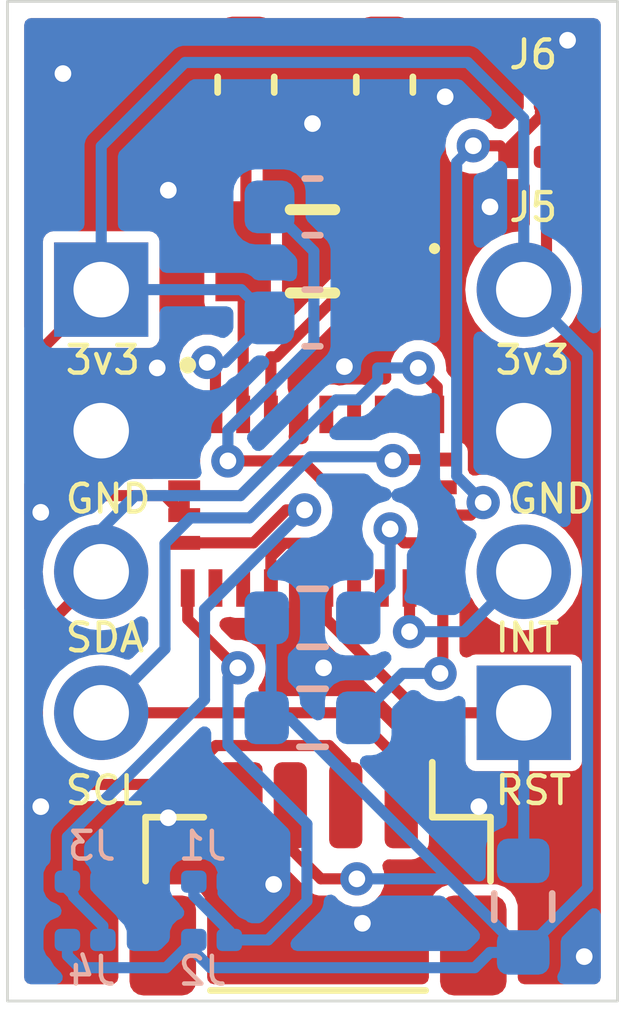
<source format=kicad_pcb>
(kicad_pcb (version 20240108) (generator "pcbnew") (generator_version "8.0")
  (layers (0 "F.Cu" signal) (31 "B.Cu" signal) (34 "B.Paste" user) (35 "F.Paste" user) (36 "B.SilkS" user "B.Silkscreen") (37 "F.SilkS" user "F.Silkscreen") (38 "B.Mask" user) (39 "F.Mask" user) (44 "Edge.Cuts" user))
  (net 0 "")
  (net 1 "+3V3")
  (net 2 "GND")
  (net 3 "Net-(IC1-CAP)")
  (net 4 "Net-(IC1-XIN32)")
  (net 5 "Net-(IC1-XOUT32{slash}CLKSEL1)")
  (net 6 "SDA")
  (net 7 "Net-(IC1-ENV_SDA)")
  (net 8 "N_RST")
  (net 10 "Net-(IC1-PS0{slash}WAKE)")
  (net 11 "INT")
  (net 14 "Net-(IC1-PS1)")
  (net 21 "SCL")
  (net 22 "Net-(IC1-ENV_SCL_)")
  (net 24 "Net-(IC1-SA0{slash}H_MOSI_)")
  (footprint "SamacSys_Parts:BNO085" (layer "F.Cu") (at 5.5 9 90)
    (property "Reference" "IC1" (hide yes))
    (property "Value" "BNO085" (hide yes))
    (fp_line (start 2.5 -2.25) (end 2.5 -2.25) (stroke (width 0.2)) (layer "F.SilkS"))
    (fp_line (start 2.4 -2.25) (end 2.4 -2.25) (stroke (width 0.2)) (layer "F.SilkS"))
    (fp_line (start 2.4 -2.25) (end 2.4 -2.25) (stroke (width 0.2)) (layer "F.SilkS"))
    (fp_arc (start 2.5 -2.25) (mid 2.45 -2.2) (end 2.4 -2.25) (stroke (width 0.2)) (layer "F.SilkS"))
    (fp_arc (start 2.5 -2.25) (mid 2.45 -2.2) (end 2.4 -2.25) (stroke (width 0.2)) (layer "F.SilkS"))
    (fp_arc (start 2.4 -2.25) (mid 2.45 -2.3) (end 2.5 -2.25) (stroke (width 0.2)) (layer "F.SilkS"))
    (pad "1" smd rect (at 1.563 -2.25 180) (size 0.25 0.675) (layers "F.Cu" "F.Paste" "F.Mask"))
    (pad "2" smd rect (at 0.75 -2.313 90) (size 0.25 0.575) (layers "F.Cu" "F.Paste" "F.Mask") (net 2 "GND"))
    (pad "3" smd rect (at 0.25 -2.313 90) (size 0.25 0.575) (layers "F.Cu" "F.Paste" "F.Mask") (net 1 "+3V3"))
    (pad "4" smd rect (at -0.25 -2.313 90) (size 0.25 0.575) (layers "F.Cu" "F.Paste" "F.Mask") (net 1 "+3V3"))
    (pad "5" smd rect (at -0.75 -2.313 90) (size 0.25 0.575) (layers "F.Cu" "F.Paste" "F.Mask") (net 14 "Net-(IC1-PS1)"))
    (pad "6" smd rect (at -1.563 -2.25 180) (size 0.25 0.675) (layers "F.Cu" "F.Paste" "F.Mask") (net 10 "Net-(IC1-PS0{slash}WAKE)"))
    (pad "7" smd rect (at -1.563 -1.75 180) (size 0.25 0.675) (layers "F.Cu" "F.Paste" "F.Mask"))
    (pad "8" smd rect (at -1.563 -1.25 180) (size 0.25 0.675) (layers "F.Cu" "F.Paste" "F.Mask"))
    (pad "9" smd rect (at -1.563 -0.75 180) (size 0.25 0.675) (layers "F.Cu" "F.Paste" "F.Mask") (net 3 "Net-(IC1-CAP)"))
    (pad "10" smd rect (at -1.563 -0.25 180) (size 0.25 0.675) (layers "F.Cu" "F.Paste" "F.Mask") (net 2 "GND"))
    (pad "11" smd rect (at -1.563 0.25 180) (size 0.25 0.675) (layers "F.Cu" "F.Paste" "F.Mask") (net 8 "N_RST"))
    (pad "12" smd rect (at -1.563 0.75 180) (size 0.25 0.675) (layers "F.Cu" "F.Paste" "F.Mask"))
    (pad "13" smd rect (at -1.563 1.25 180) (size 0.25 0.675) (layers "F.Cu" "F.Paste" "F.Mask"))
    (pad "14" smd rect (at -1.563 1.75 180) (size 0.25 0.675) (layers "F.Cu" "F.Paste" "F.Mask") (net 11 "INT"))
    (pad "15" smd rect (at -1.563 2.25 180) (size 0.25 0.675) (layers "F.Cu" "F.Paste" "F.Mask") (net 22 "Net-(IC1-ENV_SCL_)"))
    (pad "16" smd rect (at -0.75 2.313 90) (size 0.25 0.575) (layers "F.Cu" "F.Paste" "F.Mask") (net 7 "Net-(IC1-ENV_SDA)"))
    (pad "17" smd rect (at -0.25 2.313 90) (size 0.25 0.575) (layers "F.Cu" "F.Paste" "F.Mask") (net 24 "Net-(IC1-SA0{slash}H_MOSI_)"))
    (pad "18" smd rect (at 0.25 2.313 90) (size 0.25 0.575) (layers "F.Cu" "F.Paste" "F.Mask"))
    (pad "19" smd rect (at 0.75 2.313 90) (size 0.25 0.575) (layers "F.Cu" "F.Paste" "F.Mask") (net 21 "SCL"))
    (pad "20" smd rect (at 1.563 2.25 180) (size 0.25 0.675) (layers "F.Cu" "F.Paste" "F.Mask") (net 6 "SDA"))
    (pad "21" smd rect (at 1.563 1.75 180) (size 0.25 0.675) (layers "F.Cu" "F.Paste" "F.Mask"))
    (pad "22" smd rect (at 1.563 1.25 180) (size 0.25 0.675) (layers "F.Cu" "F.Paste" "F.Mask"))
    (pad "23" smd rect (at 1.563 0.75 180) (size 0.25 0.675) (layers "F.Cu" "F.Paste" "F.Mask"))
    (pad "24" smd rect (at 1.563 0.25 180) (size 0.25 0.675) (layers "F.Cu" "F.Paste" "F.Mask"))
    (pad "25" smd rect (at 1.563 -0.25 180) (size 0.25 0.675) (layers "F.Cu" "F.Paste" "F.Mask") (net 2 "GND"))
    (pad "26" smd rect (at 1.563 -0.75 180) (size 0.25 0.675) (layers "F.Cu" "F.Paste" "F.Mask") (net 5 "Net-(IC1-XOUT32{slash}CLKSEL1)"))
    (pad "27" smd rect (at 1.563 -1.25 180) (size 0.25 0.675) (layers "F.Cu" "F.Paste" "F.Mask") (net 4 "Net-(IC1-XIN32)"))
    (pad "28" smd rect (at 1.563 -1.75 180) (size 0.25 0.675) (layers "F.Cu" "F.Paste" "F.Mask") (net 1 "+3V3"))
  )
  (footprint "SamacSys_Parts:FC135327680KAA3" (layer "F.Cu") (at 5.5 4.5 180)
    (property "Reference" "Y1" (hide yes))
    (property "Value" "FC-13532.7680KA-A3" (hide yes))
    (fp_line (start -0.4 0.75) (end 0.4 0.75) (stroke (width 0.2)) (layer "F.SilkS"))
    (fp_line (start -0.4 -0.75) (end 0.4 -0.75) (stroke (width 0.2)) (layer "F.SilkS"))
    (fp_line (start -2.2 0.1) (end -2.2 0.1) (stroke (width 0.1)) (layer "F.SilkS"))
    (fp_line (start -2.2 0) (end -2.2 0) (stroke (width 0.1)) (layer "F.SilkS"))
    (fp_arc (start -2.2 0.1) (mid -2.25 0.05) (end -2.2 0) (stroke (width 0.1)) (layer "F.SilkS"))
    (fp_arc (start -2.2 0) (mid -2.15 0.05) (end -2.2 0.1) (stroke (width 0.1)) (layer "F.SilkS"))
    (pad "1" smd rect (at -1.25 0 180) (size 1 1.8) (layers "F.Cu" "F.Paste" "F.Mask") (net 5 "Net-(IC1-XOUT32{slash}CLKSEL1)"))
    (pad "2" smd rect (at 1.25 0 180) (size 1 1.8) (layers "F.Cu" "F.Paste" "F.Mask") (net 4 "Net-(IC1-XIN32)"))
  )
  (footprint "Resistor_SMD:R_0201_0603Metric" (layer "F.Cu") (at 9.4 2.8)
    (property "Reference" "JP5" (hide yes))
    (property "Value" "SolderJumper_2_Open" (hide yes))
    (pad "1" smd roundrect (at -0.32 0) (size 0.46 0.4) (layers "F.Cu" "F.Mask") (net 24 "Net-(IC1-SA0{slash}H_MOSI_)"))
    (pad "2" smd roundrect (at 0.32 0) (size 0.46 0.4) (layers "F.Cu" "F.Mask") (net 1 "+3V3"))
  )
  (footprint "Capacitor_SMD:C_0603_1608Metric" (layer "F.Cu") (at 4.3 1.5 90)
    (property "Reference" "C3" (hide yes))
    (property "Value" "22p" (hide yes))
    (fp_line (start -0.14058 -0.51) (end 0.14058 -0.51) (stroke (width 0.12)) (layer "F.SilkS"))
    (fp_line (start -0.14058 0.51) (end 0.14058 0.51) (stroke (width 0.12)) (layer "F.SilkS"))
    (pad "1" smd roundrect (at -0.775 0 90) (size 0.9 0.95) (layers "F.Cu" "F.Paste" "F.Mask") (net 4 "Net-(IC1-XIN32)"))
    (pad "2" smd roundrect (at 0.775 0 90) (size 0.9 0.95) (layers "F.Cu" "F.Paste" "F.Mask") (net 2 "GND"))
  )
  (footprint "Connector_JST:JST_SH_BM04B-SRSS-TB_1x04-1MP_P1.00mm_Vertical" (layer "F.Cu") (at 5.6 15.8 180)
    (property "Reference" "J2" (hide yes))
    (property "Value" "Conn_01x04_Pin" (hide yes))
    (fp_line (start 3.11 1.11) (end 2.06 1.11) (stroke (width 0.12)) (layer "F.SilkS"))
    (fp_line (start 3.11 -0.04) (end 3.11 1.11) (stroke (width 0.12)) (layer "F.SilkS"))
    (fp_line (start -1.94 -2.01) (end 1.94 -2.01) (stroke (width 0.12)) (layer "F.SilkS"))
    (fp_line (start -2.06 1.11) (end -2.06 2.1) (stroke (width 0.12)) (layer "F.SilkS"))
    (fp_line (start -3.11 1.11) (end -2.06 1.11) (stroke (width 0.12)) (layer "F.SilkS"))
    (fp_line (start -3.11 -0.04) (end -3.11 1.11) (stroke (width 0.12)) (layer "F.SilkS"))
    (pad "1" smd roundrect (at -1.5 1.325 180) (size 0.6 1.55) (layers "F.Cu" "F.Paste" "F.Mask") (net 21 "SCL"))
    (pad "2" smd roundrect (at -0.5 1.325 180) (size 0.6 1.55) (layers "F.Cu" "F.Paste" "F.Mask") (net 6 "SDA"))
    (pad "3" smd roundrect (at 0.5 1.325 180) (size 0.6 1.55) (layers "F.Cu" "F.Paste" "F.Mask") (net 1 "+3V3"))
    (pad "4" smd roundrect (at 1.5 1.325 180) (size 0.6 1.55) (layers "F.Cu" "F.Paste" "F.Mask") (net 2 "GND"))
    (pad "MP" smd roundrect (at -2.8 -1.2 180) (size 1.2 1.8) (layers "F.Cu" "F.Paste" "F.Mask") (roundrect_rratio 0.208333))
    (pad "MP" smd roundrect (at 2.8 -1.2 180) (size 1.2 1.8) (layers "F.Cu" "F.Paste" "F.Mask") (roundrect_rratio 0.208333))
  )
  (footprint "Capacitor_SMD:C_0603_1608Metric" (layer "F.Cu") (at 6.8 1.5 90)
    (property "Reference" "C4" (hide yes))
    (property "Value" "22p" (hide yes))
    (fp_line (start -0.14058 -0.51) (end 0.14058 -0.51) (stroke (width 0.12)) (layer "F.SilkS"))
    (fp_line (start -0.14058 0.51) (end 0.14058 0.51) (stroke (width 0.12)) (layer "F.SilkS"))
    (pad "1" smd roundrect (at -0.775 0 90) (size 0.9 0.95) (layers "F.Cu" "F.Paste" "F.Mask") (net 5 "Net-(IC1-XOUT32{slash}CLKSEL1)"))
    (pad "2" smd roundrect (at 0.775 0 90) (size 0.9 0.95) (layers "F.Cu" "F.Paste" "F.Mask") (net 2 "GND"))
  )
  (footprint "Resistor_SMD:R_0201_0603Metric" (layer "F.Cu") (at 9.4 1.8)
    (property "Reference" "JP6" (hide yes))
    (property "Value" "SolderJumper_2_Open" (hide yes))
    (pad "1" smd roundrect (at -0.32 0) (size 0.46 0.4) (layers "F.Cu" "F.Mask") (net 2 "GND"))
    (pad "2" smd roundrect (at 0.32 0) (size 0.46 0.4) (layers "F.Cu" "F.Mask") (net 24 "Net-(IC1-SA0{slash}H_MOSI_)"))
  )
  (footprint "Connector_PinHeader_2.54mm:PinHeader_1x04_P2.54mm_Vertical" (layer "B.Cu") (at 9.31 12.81)
    (property "Reference" "J3" (hide yes))
    (property "Value" "Conn_01x04_Pin" (hide yes))
    (pad "1" thru_hole rect (at 0 0) (size 1.7 1.7) (drill 1) (layers "*.Cu" "*.Mask") (net 8 "N_RST"))
    (pad "2" thru_hole oval (at 0 -2.54) (size 1.7 1.7) (drill 1) (layers "*.Cu" "*.Mask") (net 11 "INT"))
    (pad "3" thru_hole oval (at 0 -5.08) (size 1.7 1.7) (drill 1) (layers "*.Cu" "*.Mask") (net 2 "GND"))
    (pad "4" thru_hole oval (at 0 -7.62) (size 1.7 1.7) (drill 1) (layers "*.Cu" "*.Mask") (net 1 "+3V3"))
  )
  (footprint "Resistor_SMD:R_0201_0603Metric" (layer "B.Cu") (at 1.4 15.85 180)
    (property "Reference" "JP3" (hide yes))
    (property "Value" "SolderJumper_2_Open" (hide yes))
    (pad "1" smd roundrect (at -0.32 0 180) (size 0.46 0.4) (layers "B.Cu" "B.Mask") (net 2 "GND"))
    (pad "2" smd roundrect (at 0.32 0 180) (size 0.46 0.4) (layers "B.Cu" "B.Mask") (net 14 "Net-(IC1-PS1)"))
  )
  (footprint "Capacitor_SMD:C_0603_1608Metric" (layer "B.Cu") (at 5.5 5.7)
    (property "Reference" "C1" (hide yes))
    (property "Value" "0.1u" (hide yes))
    (fp_line (start 0.14058 -0.51) (end -0.14058 -0.51) (stroke (width 0.12)) (layer "B.SilkS"))
    (fp_line (start 0.14058 0.51) (end -0.14058 0.51) (stroke (width 0.12)) (layer "B.SilkS"))
    (pad "1" smd roundrect (at -0.775 0) (size 0.9 0.95) (layers "B.Cu" "B.Paste" "B.Mask") (net 1 "+3V3"))
    (pad "2" smd roundrect (at 0.775 0) (size 0.9 0.95) (layers "B.Cu" "B.Paste" "B.Mask") (net 2 "GND"))
  )
  (footprint "Resistor_SMD:R_0603_1608Metric" (layer "B.Cu") (at 9.3 16.3 90)
    (property "Reference" "R2" (hide yes))
    (property "Value" "10k" (hide yes))
    (fp_line (start 0.237258 -0.5225) (end -0.237258 -0.5225) (stroke (width 0.12)) (layer "B.SilkS"))
    (fp_line (start 0.237258 0.5225) (end -0.237258 0.5225) (stroke (width 0.12)) (layer "B.SilkS"))
    (pad "1" smd roundrect (at -0.825 0 90) (size 0.8 0.95) (layers "B.Cu" "B.Paste" "B.Mask") (net 1 "+3V3"))
    (pad "2" smd roundrect (at 0.825 0 90) (size 0.8 0.95) (layers "B.Cu" "B.Paste" "B.Mask") (net 8 "N_RST"))
  )
  (footprint "Resistor_SMD:R_0201_0603Metric" (layer "B.Cu") (at 1.4 16.9 180)
    (property "Reference" "JP4" (hide yes))
    (property "Value" "SolderJumper_2_Open" (hide yes))
    (pad "1" smd roundrect (at -0.32 0 180) (size 0.46 0.4) (layers "B.Cu" "B.Mask") (net 14 "Net-(IC1-PS1)"))
    (pad "2" smd roundrect (at 0.32 0 180) (size 0.46 0.4) (layers "B.Cu" "B.Mask") (net 1 "+3V3"))
  )
  (footprint "Resistor_SMD:R_0603_1608Metric" (layer "B.Cu") (at 5.5 11.1 180)
    (property "Reference" "R3" (hide yes))
    (property "Value" "2k2" (hide yes))
    (fp_line (start 0.237258 0.5225) (end -0.237258 0.5225) (stroke (width 0.12)) (layer "B.SilkS"))
    (fp_line (start 0.237258 -0.5225) (end -0.237258 -0.5225) (stroke (width 0.12)) (layer "B.SilkS"))
    (pad "1" smd roundrect (at -0.825 0 180) (size 0.8 0.95) (layers "B.Cu" "B.Paste" "B.Mask") (net 7 "Net-(IC1-ENV_SDA)"))
    (pad "2" smd roundrect (at 0.825 0 180) (size 0.8 0.95) (layers "B.Cu" "B.Paste" "B.Mask") (net 1 "+3V3"))
  )
  (footprint "Connector_PinHeader_2.54mm:PinHeader_1x04_P2.54mm_Vertical" (layer "B.Cu") (at 1.69 5.19 180)
    (property "Reference" "J1" (hide yes))
    (property "Value" "Conn_01x04_Pin" (hide yes))
    (pad "1" thru_hole rect (at 0 0 180) (size 1.7 1.7) (drill 1) (layers "*.Cu" "*.Mask") (net 1 "+3V3"))
    (pad "2" thru_hole oval (at 0 -2.54 180) (size 1.7 1.7) (drill 1) (layers "*.Cu" "*.Mask") (net 2 "GND"))
    (pad "3" thru_hole oval (at 0 -5.08 180) (size 1.7 1.7) (drill 1) (layers "*.Cu" "*.Mask") (net 6 "SDA"))
    (pad "4" thru_hole oval (at 0 -7.62 180) (size 1.7 1.7) (drill 1) (layers "*.Cu" "*.Mask") (net 21 "SCL"))
  )
  (footprint "Resistor_SMD:R_0603_1608Metric" (layer "B.Cu") (at 5.5 12.9 180)
    (property "Reference" "R1" (hide yes))
    (property "Value" "2k2" (hide yes))
    (fp_line (start 0.237258 0.5225) (end -0.237258 0.5225) (stroke (width 0.12)) (layer "B.SilkS"))
    (fp_line (start 0.237258 -0.5225) (end -0.237258 -0.5225) (stroke (width 0.12)) (layer "B.SilkS"))
    (pad "1" smd roundrect (at -0.825 0 180) (size 0.8 0.95) (layers "B.Cu" "B.Paste" "B.Mask") (net 22 "Net-(IC1-ENV_SCL_)"))
    (pad "2" smd roundrect (at 0.825 0 180) (size 0.8 0.95) (layers "B.Cu" "B.Paste" "B.Mask") (net 1 "+3V3"))
  )
  (footprint "Resistor_SMD:R_0201_0603Metric" (layer "B.Cu") (at 3.68 15.85 180)
    (property "Reference" "JP1" (hide yes))
    (property "Value" "SolderJumper_2_Open" (hide yes))
    (pad "1" smd roundrect (at -0.32 0 180) (size 0.46 0.4) (layers "B.Cu" "B.Mask") (net 2 "GND"))
    (pad "2" smd roundrect (at 0.32 0 180) (size 0.46 0.4) (layers "B.Cu" "B.Mask") (net 10 "Net-(IC1-PS0{slash}WAKE)"))
  )
  (footprint "Capacitor_SMD:C_0603_1608Metric" (layer "B.Cu") (at 5.5 3.7 180)
    (property "Reference" "C2" (hide yes))
    (property "Value" "0.1u" (hide yes))
    (fp_line (start 0.14058 0.51) (end -0.14058 0.51) (stroke (width 0.12)) (layer "B.SilkS"))
    (fp_line (start 0.14058 -0.51) (end -0.14058 -0.51) (stroke (width 0.12)) (layer "B.SilkS"))
    (pad "1" smd roundrect (at -0.775 0 180) (size 0.9 0.95) (layers "B.Cu" "B.Paste" "B.Mask") (net 2 "GND"))
    (pad "2" smd roundrect (at 0.775 0 180) (size 0.9 0.95) (layers "B.Cu" "B.Paste" "B.Mask") (net 3 "Net-(IC1-CAP)"))
  )
  (footprint "Resistor_SMD:R_0201_0603Metric" (layer "B.Cu") (at 3.68 16.9 180)
    (property "Reference" "JP2" (hide yes))
    (property "Value" "SolderJumper_2_Open" (hide yes))
    (pad "1" smd roundrect (at -0.32 0 180) (size 0.46 0.4) (layers "B.Cu" "B.Mask") (net 10 "Net-(IC1-PS0{slash}WAKE)"))
    (pad "2" smd roundrect (at 0.32 0 180) (size 0.46 0.4) (layers "B.Cu" "B.Mask") (net 1 "+3V3"))
  )
  (gr_rect (start 0 0) (end 11 18) (stroke (width 0.05)) (fill none) (layer "Edge.Cuts"))
  (gr_text "J3" (at 2 15.5 -0) (layer "B.SilkS") (effects (font (size 0.5 0.5) (thickness 0.08)) (justify left bottom mirror)))
  (gr_text "J1" (at 4 15.5 0) (layer "B.SilkS") (effects (font (size 0.5 0.5) (thickness 0.08)) (justify left bottom mirror)))
  (gr_text "J4" (at 2 17.75 0) (layer "B.SilkS") (effects (font (size 0.5 0.5) (thickness 0.08)) (justify left bottom mirror)))
  (gr_text "J2" (at 4 17.75 0) (layer "B.SilkS") (effects (font (size 0.5 0.5) (thickness 0.08)) (justify left bottom mirror)))
  (gr_text "J5" (at 9 4 0) (layer "F.SilkS") (effects (font (size 0.5 0.5) (thickness 0.08)) (justify left bottom)))
  (gr_text "3v3" (at 1 6.75 0) (layer "F.SilkS") (effects (font (size 0.5 0.5) (thickness 0.08) (bold yes)) (justify left bottom)))
  (gr_text "RST" (at 8.75 14.5 0) (layer "F.SilkS") (effects (font (size 0.5 0.5) (thickness 0.08) (bold yes)) (justify left bottom)))
  (gr_text "GND" (at 9 9.25 0) (layer "F.SilkS") (effects (font (size 0.5 0.5) (thickness 0.08) (bold yes)) (justify left bottom)))
  (gr_text "GND" (at 1 9.25 0) (layer "F.SilkS") (effects (font (size 0.5 0.5) (thickness 0.08) (bold yes)) (justify left bottom)))
  (gr_text "J6" (at 9 1.25 0) (layer "F.SilkS") (effects (font (size 0.5 0.5) (thickness 0.08)) (justify left bottom)))
  (gr_text "SDA" (at 1 11.75 0) (layer "F.SilkS") (effects (font (size 0.5 0.5) (thickness 0.08) (bold yes)) (justify left bottom)))
  (gr_text "INT" (at 8.75 11.75 0) (layer "F.SilkS") (effects (font (size 0.5 0.5) (thickness 0.08) (bold yes)) (justify left bottom)))
  (gr_text "3v3" (at 8.75 6.75 0) (layer "F.SilkS") (effects (font (size 0.5 0.5) (thickness 0.08) (bold yes)) (justify left bottom)))
  (gr_text "SCL" (at 1 14.5 0) (layer "F.SilkS") (effects (font (size 0.5 0.5) (thickness 0.08) (bold yes)) (justify left bottom)))
  (segment (start 9.72 4.78) (end 9.31 5.19) (width 0.2) (layer "F.Cu") (net 1))
  (segment (start 1.233654 8.9) (end 0.54 8.206346) (width 0.2) (layer "F.Cu") (net 1))
  (segment (start 0.54 8.206346) (end 0.54 6.34) (width 0.2) (layer "F.Cu") (net 1))
  (segment (start 9.72 2.8) (end 9.72 4.78) (width 0.2) (layer "F.Cu") (net 1))
  (segment (start 3.187 9.25) (end 3.187 8.75) (width 0.2) (layer "F.Cu") (net 1))
  (segment (start 2.837 8.9) (end 1.233654 8.9) (width 0.2) (layer "F.Cu") (net 1))
  (segment (start 5.650001 15.8) (end 6.3 15.8) (width 0.2) (layer "F.Cu") (net 1))
  (segment (start 5.1 14.475) (end 5.1 15.249999) (width 0.2) (layer "F.Cu") (net 1))
  (segment (start 5.1 15.249999) (end 5.650001 15.8) (width 0.2) (layer "F.Cu") (net 1))
  (segment (start 3.75 6.65) (end 3.6 6.5) (width 0.2) (layer "F.Cu") (net 1))
  (segment (start 3.75 7.437) (end 3.75 6.65) (width 0.2) (layer "F.Cu") (net 1))
  (segment (start 0.54 6.34) (end 1.69 5.19) (width 0.2) (layer "F.Cu") (net 1))
  (segment (start 3.187 9.25) (end 2.837 8.9) (width 0.2) (layer "F.Cu") (net 1))
  (via (at 3.6 6.5) (size 0.6) (drill 0.3) (layers "F.Cu" "B.Cu") (net 1))
  (via (at 6.3 15.8) (size 0.6) (drill 0.3) (layers "F.Cu" "B.Cu") (net 1))
  (segment (start 1.69 2.61) (end 1.69 5.19) (width 0.2) (layer "B.Cu") (net 1))
  (segment (start 5.075 12.9) (end 9.3 17.125) (width 0.2) (layer "B.Cu") (net 1))
  (segment (start 9.3 17.125) (end 10.46 15.965) (width 0.2) (layer "B.Cu") (net 1))
  (segment (start 4.215 5.19) (end 4.725 5.7) (width 0.2) (layer "B.Cu") (net 1))
  (segment (start 8.7 17.125) (end 9.3 17.125) (width 0.2) (layer "B.Cu") (net 1))
  (segment (start 4.75329 11.17829) (end 4.75329 12.82171) (width 0.2) (layer "B.Cu") (net 1))
  (segment (start 9.31 5.19) (end 9.31 2.11) (width 0.2) (layer "B.Cu") (net 1))
  (segment (start 4.675 11.1) (end 4.75329 11.17829) (width 0.2) (layer "B.Cu") (net 1))
  (segment (start 9.31 2.11) (end 8.3 1.1) (width 0.2) (layer "B.Cu") (net 1))
  (segment (start 1.69 5.19) (end 4.215 5.19) (width 0.2) (layer "B.Cu") (net 1))
  (segment (start 3.2 1.1) (end 1.69 2.61) (width 0.2) (layer "B.Cu") (net 1))
  (segment (start 1.3 17.4) (end 2.86 17.4) (width 0.2) (layer "B.Cu") (net 1))
  (segment (start 2.86 17.4) (end 3.36 16.9) (width 0.2) (layer "B.Cu") (net 1))
  (segment (start 8.3 1.1) (end 3.2 1.1) (width 0.2) (layer "B.Cu") (net 1))
  (segment (start 7.975 15.8) (end 9.3 17.125) (width 0.2) (layer "B.Cu") (net 1))
  (segment (start 4.675 12.9) (end 5.075 12.9) (width 0.2) (layer "B.Cu") (net 1))
  (segment (start 8.425 17.4) (end 8.7 17.125) (width 0.2) (layer "B.Cu") (net 1))
  (segment (start 3.36 17.099999) (end 3.660001 17.4) (width 0.2) (layer "B.Cu") (net 1))
  (segment (start 10.46 15.965) (end 10.46 6.34) (width 0.2) (layer "B.Cu") (net 1))
  (segment (start 1.08 17.18) (end 1.3 17.4) (width 0.2) (layer "B.Cu") (net 1))
  (segment (start 6.3 15.8) (end 7.975 15.8) (width 0.2) (layer "B.Cu") (net 1))
  (segment (start 1.08 16.9) (end 1.08 17.18) (width 0.2) (layer "B.Cu") (net 1))
  (segment (start 3.925 6.5) (end 4.725 5.7) (width 0.2) (layer "B.Cu") (net 1))
  (segment (start 3.36 16.9) (end 3.36 17.099999) (width 0.2) (layer "B.Cu") (net 1))
  (segment (start 3.6 6.5) (end 3.925 6.5) (width 0.2) (layer "B.Cu") (net 1))
  (segment (start 10.46 6.34) (end 9.31 5.19) (width 0.2) (layer "B.Cu") (net 1))
  (segment (start 3.660001 17.4) (end 8.425 17.4) (width 0.2) (layer "B.Cu") (net 1))
  (segment (start 4.75329 12.82171) (end 4.675 12.9) (width 0.2) (layer "B.Cu") (net 1))
  (segment (start 3.187 8.25) (end 2.21 8.25) (width 0.2) (layer "F.Cu") (net 2))
  (segment (start 5.25 11.55) (end 5.7 12) (width 0.2) (layer "F.Cu") (net 2))
  (segment (start 9.31 7.73) (end 10.46 6.58) (width 0.2) (layer "F.Cu") (net 2))
  (segment (start 4.1 14.475) (end 4.1 15.2) (width 0.2) (layer "F.Cu") (net 2))
  (segment (start 10.46 1.741544) (end 10.018456 1.3) (width 0.2) (layer "F.Cu") (net 2))
  (segment (start 9.380001 1.3) (end 9.08 1.600001) (width 0.2) (layer "F.Cu") (net 2))
  (segment (start 6.075735 6.575735) (end 5.548765 6.575735) (width 0.2) (layer "F.Cu") (net 2))
  (segment (start 7.792838 1.717838) (end 6.8 0.725) (width 0.2) (layer "F.Cu") (net 2))
  (segment (start 4.3 0.725) (end 6.8 0.725) (width 0.2) (layer "F.Cu") (net 2))
  (segment (start 2.21 8.25) (end 1.69 7.73) (width 0.2) (layer "F.Cu") (net 2))
  (segment (start 6.8 0.725) (end 8.005 0.725) (width 0.2) (layer "F.Cu") (net 2))
  (segment (start 10.46 6.58) (end 10.46 1.741544) (width 0.2) (layer "F.Cu") (net 2))
  (segment (start 5.25 10.563) (end 5.25 11.55) (width 0.2) (layer "F.Cu") (net 2))
  (segment (start 8.005 0.725) (end 9.08 1.8) (width 0.2) (layer "F.Cu") (net 2))
  (segment (start 10.018456 1.3) (end 9.380001 1.3) (width 0.2) (layer "F.Cu") (net 2))
  (segment (start 5.548765 6.575735) (end 5.25 6.8745) (width 0.2) (layer "F.Cu") (net 2))
  (segment (start 7.892584 1.717838) (end 7.792838 1.717838) (width 0.2) (layer "F.Cu") (net 2))
  (segment (start 5.25 6.8745) (end 5.25 7.437) (width 0.2) (layer "F.Cu") (net 2))
  (segment (start 4.1 15.2) (end 4.8 15.9) (width 0.2) (layer "F.Cu") (net 2))
  (segment (start 9.08 1.600001) (end 9.08 1.8) (width 0.2) (layer "F.Cu") (net 2))
  (via (at 8.5 14.5) (size 0.6) (drill 0.3) (layers "F.Cu" "B.Cu") (net 2))
  (via (at 2.9 3.4) (size 0.6) (drill 0.3) (layers "F.Cu" "B.Cu") (net 2))
  (via (at 5.5 2.2) (size 0.6) (drill 0.3) (layers "F.Cu" "B.Cu") (net 2))
  (via (at 2.9 14.7) (size 0.6) (drill 0.3) (layers "F.Cu" "B.Cu") (net 2))
  (via (at 2.7 6.6) (size 0.6) (drill 0.3) (layers "F.Cu" "B.Cu") (net 2))
  (via (at 1 1.3) (size 0.6) (drill 0.3) (layers "F.Cu" "B.Cu") (net 2))
  (via (at 10.1 0.7) (size 0.6) (drill 0.3) (layers "F.Cu" "B.Cu") (net 2))
  (via (at 5.7 12) (size 0.6) (drill 0.3) (layers "F.Cu" "B.Cu") (net 2))
  (via (at 0.6 9.2) (size 0.6) (drill 0.3) (layers "F.Cu" "B.Cu") (net 2))
  (via (at 0.6 14.5) (size 0.6) (drill 0.3) (layers "F.Cu" "B.Cu") (net 2))
  (via (at 10.4 17.2) (size 0.6) (drill 0.3) (layers "F.Cu" "B.Cu") (net 2))
  (via (at 4.8 15.9) (size 0.6) (drill 0.3) (layers "F.Cu" "B.Cu") (net 2))
  (via (at 6.4 16.6) (size 0.6) (drill 0.3) (layers "F.Cu" "B.Cu") (net 2))
  (via (at 6.075735 6.575735) (size 0.6) (drill 0.3) (layers "F.Cu" "B.Cu") (net 2))
  (via (at 8.7 3.7) (size 0.6) (drill 0.3) (layers "F.Cu" "B.Cu") (net 2))
  (via (at 7.892584 1.717838) (size 0.6) (drill 0.3) (layers "F.Cu" "B.Cu") (net 2))
  (segment (start 4.8 15.9) (end 4.05 15.9) (width 0.2) (layer "B.Cu") (net 2))
  (segment (start 3.699999 15.35) (end 4 15.650001) (width 0.2) (layer "B.Cu") (net 2))
  (segment (start 7.892584 2.082416) (end 6.275 3.7) (width 0.2) (layer "B.Cu") (net 2))
  (segment (start 6.275 3.7) (end 6.275 5.7) (width 0.2) (layer "B.Cu") (net 2))
  (segment (start 2.22 15.35) (end 3.699999 15.35) (width 0.2) (layer "B.Cu") (net 2))
  (segment (start 7.892584 1.717838) (end 7.892584 2.082416) (width 0.2) (layer "B.Cu") (net 2))
  (segment (start 4.05 15.9) (end 4 15.85) (width 0.2) (layer "B.Cu") (net 2))
  (segment (start 6.075735 5.899265) (end 6.275 5.7) (width 0.2) (layer "B.Cu") (net 2))
  (segment (start 1.72 15.85) (end 2.22 15.35) (width 0.2) (layer "B.Cu") (net 2))
  (segment (start 4 15.650001) (end 4 15.85) (width 0.2) (layer "B.Cu") (net 2))
  (segment (start 6.075735 6.575735) (end 6.075735 5.899265) (width 0.2) (layer "B.Cu") (net 2))
  (segment (start 5.957108 9.405637) (end 5.957108 8.908579) (width 0.2) (layer "F.Cu") (net 3))
  (segment (start 4.993392 9.757108) (end 5.605637 9.757108) (width 0.2) (layer "F.Cu") (net 3))
  (segment (start 4.75 10.0005) (end 4.993392 9.757108) (width 0.2) (layer "F.Cu") (net 3))
  (segment (start 4.75 10.563) (end 4.75 10.0005) (width 0.2) (layer "F.Cu") (net 3))
  (segment (start 5.605637 9.757108) (end 5.957108 9.405637) (width 0.2) (layer "F.Cu") (net 3))
  (segment (start 5.957108 8.908579) (end 5.323029 8.2745) (width 0.2) (layer "F.Cu") (net 3))
  (segment (start 5.323029 8.2745) (end 3.974502 8.2745) (width 0.2) (layer "F.Cu") (net 3))
  (via (at 3.974502 8.2745) (size 0.6) (drill 0.3) (layers "F.Cu" "B.Cu") (net 3))
  (segment (start 3.974502 7.724194) (end 5.525 6.173696) (width 0.2) (layer "B.Cu") (net 3))
  (segment (start 5.525 6.173696) (end 5.525 4.5) (width 0.2) (layer "B.Cu") (net 3))
  (segment (start 5.525 4.5) (end 4.725 3.7) (width 0.2) (layer "B.Cu") (net 3))
  (segment (start 3.974502 8.2745) (end 3.974502 7.724194) (width 0.2) (layer "B.Cu") (net 3))
  (segment (start 4.3 4.45) (end 4.25 4.5) (width 0.2) (layer "F.Cu") (net 4))
  (segment (start 4.3 2.275) (end 4.3 4.45) (width 0.2) (layer "F.Cu") (net 4))
  (segment (start 4.25 4.5) (end 4.25 7.437) (width 0.2) (layer "F.Cu") (net 4))
  (segment (start 4.3 4.35) (end 4.25 4.4) (width 0.2) (layer "F.Cu") (net 4))
  (segment (start 6.75 2.625) (end 6.8 2.575) (width 0.2) (layer "F.Cu") (net 5))
  (segment (start 6.8 4.45) (end 6.75 4.5) (width 0.2) (layer "F.Cu") (net 5))
  (segment (start 4.85 6.4) (end 6.75 4.5) (width 0.2) (layer "F.Cu") (net 5))
  (segment (start 4.75 6.4) (end 4.85 6.4) (width 0.2) (layer "F.Cu") (net 5))
  (segment (start 4.75 7.437) (end 4.75 6.4) (width 0.2) (layer "F.Cu") (net 5))
  (segment (start 6.8 2.275) (end 6.8 4.45) (width 0.2) (layer "F.Cu") (net 5))
  (segment (start 7.75 6.944247) (end 7.75 7.437) (width 0.2) (layer "F.Cu") (net 6))
  (segment (start 0.54 13.54) (end 1.1 14.1) (width 0.2) (layer "F.Cu") (net 6))
  (segment (start 6.1 13.700001) (end 6.1 14.475) (width 0.2) (layer "F.Cu") (net 6))
  (segment (start 1.69 10.27) (end 0.54 11.42) (width 0.2) (layer "F.Cu") (net 6))
  (segment (start 0.54 11.42) (end 0.54 13.54) (width 0.2) (layer "F.Cu") (net 6))
  (segment (start 5.799999 13.4) (end 6.1 13.700001) (width 0.2) (layer "F.Cu") (net 6))
  (segment (start 7.406228 6.600475) (end 7.75 6.944247) (width 0.2) (layer "F.Cu") (net 6))
  (segment (start 1.1 14.1) (end 3.059448 14.1) (width 0.2) (layer "F.Cu") (net 6))
  (segment (start 3.059448 14.1) (end 3.759448 13.4) (width 0.2) (layer "F.Cu") (net 6))
  (segment (start 3.759448 13.4) (end 5.799999 13.4) (width 0.2) (layer "F.Cu") (net 6))
  (via (at 7.406228 6.600475) (size 0.6) (drill 0.3) (layers "F.Cu" "B.Cu") (net 6))
  (segment (start 5.924265 7.175735) (end 4.2 8.9) (width 0.2) (layer "B.Cu") (net 6))
  (segment (start 6.675735 6.824264) (end 6.324264 7.175735) (width 0.2) (layer "B.Cu") (net 6))
  (segment (start 2.3 8.9) (end 1.69 9.51) (width 0.2) (layer "B.Cu") (net 6))
  (segment (start 1.69 9.51) (end 1.69 10.27) (width 0.2) (layer "B.Cu") (net 6))
  (segment (start 6.675735 6.600475) (end 6.675735 6.824264) (width 0.2) (layer "B.Cu") (net 6))
  (segment (start 6.324264 7.175735) (end 5.924265 7.175735) (width 0.2) (layer "B.Cu") (net 6))
  (segment (start 7.406228 6.600475) (end 6.675735 6.600475) (width 0.2) (layer "B.Cu") (net 6))
  (segment (start 4.2 8.9) (end 2.3 8.9) (width 0.2) (layer "B.Cu") (net 6))
  (segment (start 7.813 9.75) (end 7.15 9.75) (width 0.2) (layer "F.Cu") (net 7))
  (segment (start 7.15 9.75) (end 6.9 9.5) (width 0.2) (layer "F.Cu") (net 7))
  (via (at 6.9 9.5) (size 0.6) (drill 0.3) (layers "F.Cu" "B.Cu") (net 7))
  (segment (start 6.9 10.525) (end 6.325 11.1) (width 0.2) (layer "B.Cu") (net 7))
  (segment (start 6.9 9.5) (end 6.9 10.525) (width 0.2) (layer "B.Cu") (net 7))
  (segment (start 5.75 11.1255) (end 7.4345 12.81) (width 0.2) (layer "F.Cu") (net 8))
  (segment (start 7.4345 12.81) (end 9.31 12.81) (width 0.2) (layer "F.Cu") (net 8))
  (segment (start 5.75 10.563) (end 5.75 11.1255) (width 0.2) (layer "F.Cu") (net 8))
  (segment (start 9.31 12.81) (end 9.31 15.465) (width 0.2) (layer "B.Cu") (net 8))
  (segment (start 9.3 12.82) (end 9.31 12.81) (width 0.2) (layer "B.Cu") (net 8))
  (segment (start 9.31 15.465) (end 9.3 15.475) (width 0.2) (layer "B.Cu") (net 8))
  (segment (start 4.15329 11.999999) (end 4.124499 11.999999) (width 0.2) (layer "F.Cu") (net 10))
  (segment (start 4.124499 11.999999) (end 3.25 11.1255) (width 0.2) (layer "F.Cu") (net 10))
  (segment (start 3.25 11.1255) (end 3.25 10.563) (width 0.2) (layer "F.Cu") (net 10))
  (via (at 4.15329 11.999999) (size 0.6) (drill 0.3) (layers "F.Cu" "B.Cu") (net 10))
  (segment (start 4.15329 11.999999) (end 3.975 12.178289) (width 0.2) (layer "B.Cu") (net 10))
  (segment (start 4.7 16.9) (end 4 16.9) (width 0.2) (layer "B.Cu") (net 10))
  (segment (start 3.975 13.387648) (end 5.4 14.812648) (width 0.2) (layer "B.Cu") (net 10))
  (segment (start 3.36 16.101544) (end 4 16.741544) (width 0.2) (layer "B.Cu") (net 10))
  (segment (start 5.4 16.2) (end 4.7 16.9) (width 0.2) (layer "B.Cu") (net 10))
  (segment (start 3.975 12.178289) (end 3.975 13.387648) (width 0.2) (layer "B.Cu") (net 10))
  (segment (start 5.4 14.812648) (end 5.4 16.2) (width 0.2) (layer "B.Cu") (net 10))
  (segment (start 4 16.741544) (end 4 16.9) (width 0.2) (layer "B.Cu") (net 10))
  (segment (start 3.36 15.85) (end 3.36 16.101544) (width 0.2) (layer "B.Cu") (net 10))
  (segment (start 7.25 11.35) (end 7.25 10.563) (width 0.2) (layer "F.Cu") (net 11))
  (via (at 7.25 11.35) (size 0.6) (drill 0.3) (layers "F.Cu" "B.Cu") (net 11))
  (segment (start 8.23 11.35) (end 9.31 10.27) (width 0.2) (layer "B.Cu") (net 11))
  (segment (start 7.25 11.35) (end 8.23 11.35) (width 0.2) (layer "B.Cu") (net 11))
  (segment (start 5.027706 9.157108) (end 4.434814 9.75) (width 0.2) (layer "F.Cu") (net 14))
  (segment (start 4.434814 9.75) (end 3.187 9.75) (width 0.2) (layer "F.Cu") (net 14))
  (segment (start 5.357108 9.157108) (end 5.027706 9.157108) (width 0.2) (layer "F.Cu") (net 14))
  (via (at 5.357108 9.157108) (size 0.6) (drill 0.3) (layers "F.Cu" "B.Cu") (net 14))
  (segment (start 3.55329 12.573056) (end 1.08 15.046346) (width 0.2) (layer "B.Cu") (net 14))
  (segment (start 1.08 15.85) (end 1.08 15.98) (width 0.2) (layer "B.Cu") (net 14))
  (segment (start 5.357108 9.157108) (end 5.342892 9.157108) (width 0.2) (layer "B.Cu") (net 14))
  (segment (start 3.55329 10.94671) (end 3.55329 12.573056) (width 0.2) (layer "B.Cu") (net 14))
  (segment (start 1.72 16.648456) (end 1.72 16.9) (width 0.2) (layer "B.Cu") (net 14))
  (segment (start 1.19 16.09) (end 1.19 16.118456) (width 0.2) (layer "B.Cu") (net 14))
  (segment (start 5.342892 9.157108) (end 3.55329 10.94671) (width 0.2) (layer "B.Cu") (net 14))
  (segment (start 1.08 15.046346) (end 1.08 15.85) (width 0.2) (layer "B.Cu") (net 14))
  (segment (start 1.08 15.98) (end 1.19 16.09) (width 0.2) (layer "B.Cu") (net 14))
  (segment (start 1.19 16.118456) (end 1.72 16.648456) (width 0.2) (layer "B.Cu") (net 14))
  (segment (start 7.1 13.700001) (end 6.209999 12.81) (width 0.2) (layer "F.Cu") (net 21))
  (segment (start 7.1 14.475) (end 7.1 13.700001) (width 0.2) (layer "F.Cu") (net 21))
  (segment (start 6.209999 12.81) (end 1.69 12.81) (width 0.2) (layer "F.Cu") (net 21))
  (segment (start 6.968787 8.25) (end 7.813 8.25) (width 0.2) (layer "F.Cu") (net 21))
  (segment (start 6.949932 8.268855) (end 6.968787 8.25) (width 0.2) (layer "F.Cu") (net 21))
  (via (at 6.949932 8.268855) (size 0.6) (drill 0.3) (layers "F.Cu" "B.Cu") (net 21))
  (segment (start 5.465686 8.2) (end 4.365686 9.3) (width 0.2) (layer "B.Cu") (net 21))
  (segment (start 6.881077 8.2) (end 5.465686 8.2) (width 0.2) (layer "B.Cu") (net 21))
  (segment (start 2.84 9.76) (end 2.84 11.66) (width 0.2) (layer "B.Cu") (net 21))
  (segment (start 2.84 11.66) (end 1.69 12.81) (width 0.2) (layer "B.Cu") (net 21))
  (segment (start 3.3 9.3) (end 2.84 9.76) (width 0.2) (layer "B.Cu") (net 21))
  (segment (start 4.365686 9.3) (end 3.3 9.3) (width 0.2) (layer "B.Cu") (net 21))
  (segment (start 6.949932 8.268855) (end 6.881077 8.2) (width 0.2) (layer "B.Cu") (net 21))
  (segment (start 7.85 12.05) (end 7.8 12.1) (width 0.2) (layer "F.Cu") (net 22))
  (segment (start 7.85 10.663) (end 7.85 12.05) (width 0.2) (layer "F.Cu") (net 22))
  (segment (start 7.75 10.563) (end 7.85 10.663) (width 0.2) (layer "F.Cu") (net 22))
  (via (at 7.8 12.1) (size 0.6) (drill 0.3) (layers "F.Cu" "B.Cu") (net 22))
  (segment (start 7.8 12.1) (end 7.125 12.1) (width 0.2) (layer "B.Cu") (net 22))
  (segment (start 7.125 12.1) (end 6.325 12.9) (width 0.2) (layer "B.Cu") (net 22))
  (segment (start 9.72 1.8) (end 9.72 1.88) (width 0.2) (layer "F.Cu") (net 24))
  (segment (start 7.813 9.25) (end 8.351996 9.25) (width 0.2) (layer "F.Cu") (net 24))
  (segment (start 8.351996 9.25) (end 8.577688 9.024308) (width 0.2) (layer "F.Cu") (net 24))
  (segment (start 8.88 2.6) (end 9.08 2.8) (width 0.2) (layer "F.Cu") (net 24))
  (segment (start 9.72 1.88) (end 9.61 1.99) (width 0.2) (layer "F.Cu") (net 24))
  (segment (start 9.61 2.068456) (end 9.08 2.598456) (width 0.2) (layer "F.Cu") (net 24))
  (segment (start 9.08 2.598456) (end 9.08 2.8) (width 0.2) (layer "F.Cu") (net 24))
  (segment (start 9.61 1.99) (end 9.61 2.068456) (width 0.2) (layer "F.Cu") (net 24))
  (segment (start 8.4 2.6) (end 8.88 2.6) (width 0.2) (layer "F.Cu") (net 24))
  (via (at 8.577688 9.024308) (size 0.6) (drill 0.3) (layers "F.Cu" "B.Cu") (net 24))
  (via (at 8.4 2.6) (size 0.6) (drill 0.3) (layers "F.Cu" "B.Cu") (net 24))
  (segment (start 8.1 2.9) (end 8.1 8.54662) (width 0.2) (layer "B.Cu") (net 24))
  (segment (start 8.1 8.54662) (end 8.577688 9.024308) (width 0.2) (layer "B.Cu") (net 24))
  (segment (start 8.4 2.6) (end 8.1 2.9) (width 0.2) (layer "B.Cu") (net 24))
  (zone (net 2) (net_name "GND") (layers "F&B.Cu") (name "GND") (connect_pads yes (clearance 0.2)) (min_thickness 0.25) (fill yes (thermal_gap 0.5) (thermal_bridge_width 0.5) (island_removal_mode 2) (island_area_min 10))
    (polygon (pts (xy 0 0) (xy 11 0) (xy 11 18) (xy 0 18)))
  )
)
</source>
